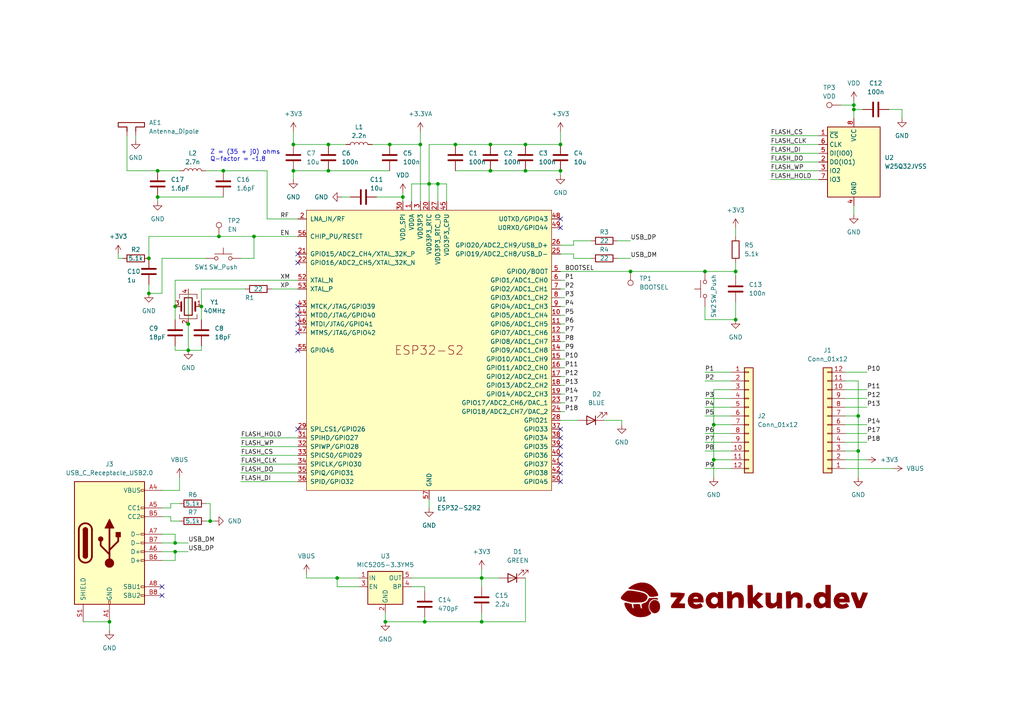
<source format=kicad_sch>
(kicad_sch (version 20231120) (generator "eeschema") (generator_version "8.0")
  (paper "A4")
  (title_block (title "PortaESP32") (date "2024-02-27") (rev "1.5"))
  (lib_symbols
    (symbol "Connector:TestPoint" (pin_numbers hide) (pin_names (offset 0.762) hide)
      (property "Reference" "TP" (at 0 6.858 0))
      (property "Value" "TestPoint" (at 0 5.08 0))
      (symbol "TestPoint_1_1"
        (pin passive line (at 0 0 90) (length 2.54) (name "1") (number "1"))
      )
    )
    (symbol "Connector:USB_C_Receptacle_USB2.0" (pin_names (offset 1.016))
      (property "Reference" "J" (at -10.16 19.05 0))
      (property "Value" "USB_C_Receptacle_USB2.0" (at 19.05 19.05 0))
      (symbol "USB_C_Receptacle_USB2.0_1_1"
        (pin passive line (at 0 -22.86 90) (length 5.08) (name "GND") (number "A1"))
        (pin passive line (at 0 -22.86 90) (length 5.08) hide (name "GND") (number "A12"))
        (pin passive line (at 15.24 15.24 180) (length 5.08) (name "VBUS") (number "A4"))
        (pin bidirectional line (at 15.24 10.16 180) (length 5.08) (name "CC1") (number "A5"))
        (pin bidirectional line (at 15.24 -2.54 180) (length 5.08) (name "D+") (number "A6"))
        (pin bidirectional line (at 15.24 2.54 180) (length 5.08) (name "D-") (number "A7"))
        (pin bidirectional line (at 15.24 -12.7 180) (length 5.08) (name "SBU1") (number "A8"))
        (pin passive line (at 15.24 15.24 180) (length 5.08) hide (name "VBUS") (number "A9"))
        (pin passive line (at 0 -22.86 90) (length 5.08) hide (name "GND") (number "B1"))
        (pin passive line (at 0 -22.86 90) (length 5.08) hide (name "GND") (number "B12"))
        (pin passive line (at 15.24 15.24 180) (length 5.08) hide (name "VBUS") (number "B4"))
        (pin bidirectional line (at 15.24 7.62 180) (length 5.08) (name "CC2") (number "B5"))
        (pin bidirectional line (at 15.24 -5.08 180) (length 5.08) (name "D+") (number "B6"))
        (pin bidirectional line (at 15.24 0 180) (length 5.08) (name "D-") (number "B7"))
        (pin bidirectional line (at 15.24 -15.24 180) (length 5.08) (name "SBU2") (number "B8"))
        (pin passive line (at 15.24 15.24 180) (length 5.08) hide (name "VBUS") (number "B9"))
        (pin passive line (at -7.62 -22.86 90) (length 5.08) (name "SHIELD") (number "S1"))
      )
    )
    (symbol "Connector_Generic:Conn_01x12" (pin_names (offset 1.016) hide)
      (property "Reference" "J" (at 0 15.24 0))
      (property "Value" "Conn_01x12" (at 0 -17.78 0))
      (symbol "Conn_01x12_1_1"
        (pin passive line (at -5.08 12.7 0) (length 3.81) (name "Pin_1") (number "1"))
        (pin passive line (at -5.08 -10.16 0) (length 3.81) (name "Pin_10") (number "10"))
        (pin passive line (at -5.08 -12.7 0) (length 3.81) (name "Pin_11") (number "11"))
        (pin passive line (at -5.08 -15.24 0) (length 3.81) (name "Pin_12") (number "12"))
        (pin passive line (at -5.08 10.16 0) (length 3.81) (name "Pin_2") (number "2"))
        (pin passive line (at -5.08 7.62 0) (length 3.81) (name "Pin_3") (number "3"))
        (pin passive line (at -5.08 5.08 0) (length 3.81) (name "Pin_4") (number "4"))
        (pin passive line (at -5.08 2.54 0) (length 3.81) (name "Pin_5") (number "5"))
        (pin passive line (at -5.08 0 0) (length 3.81) (name "Pin_6") (number "6"))
        (pin passive line (at -5.08 -2.54 0) (length 3.81) (name "Pin_7") (number "7"))
        (pin passive line (at -5.08 -5.08 0) (length 3.81) (name "Pin_8") (number "8"))
        (pin passive line (at -5.08 -7.62 0) (length 3.81) (name "Pin_9") (number "9"))
      )
    )
    (symbol "Device:Antenna_Dipole" (pin_numbers hide) (pin_names (offset 1.016) hide)
      (property "Reference" "AE" (at 1.27 1.27 0))
      (property "Value" "Antenna_Dipole" (at 1.27 0 0))
      (symbol "Antenna_Dipole_1_1"
        (pin input line (at 0 -5.08 90) (length 2.54) (name "~") (number "1"))
        (pin input line (at 2.54 -5.08 90) (length 2.54) (name "~") (number "2"))
      )
    )
    (symbol "Device:C" (pin_numbers hide) (pin_names (offset 0.254))
      (property "Reference" "C" (at 0.635 2.54 0))
      (property "Value" "C" (at 0.635 -2.54 0))
      (symbol "C_1_1"
        (pin passive line (at 0 3.81 270) (length 2.794) (name "~") (number "1"))
        (pin passive line (at 0 -3.81 90) (length 2.794) (name "~") (number "2"))
      )
    )
    (symbol "Device:Crystal_GND24" (pin_names (offset 1.016) hide)
      (property "Reference" "Y" (at 3.175 5.08 0))
      (property "Value" "Crystal_GND24" (at 3.175 3.175 0))
      (symbol "Crystal_GND24_1_1"
        (pin passive line (at -3.81 0 0) (length 1.27) (name "1") (number "1"))
        (pin passive line (at 0 5.08 270) (length 1.27) (name "2") (number "2"))
        (pin passive line (at 3.81 0 180) (length 1.27) (name "3") (number "3"))
        (pin passive line (at 0 -5.08 90) (length 1.27) (name "4") (number "4"))
      )
    )
    (symbol "Device:L" (pin_numbers hide) (pin_names (offset 1.016) hide)
      (property "Reference" "L" (at -1.27 0 90))
      (property "Value" "L" (at 1.905 0 90))
      (symbol "L_1_1"
        (pin passive line (at 0 3.81 270) (length 1.27) (name "1") (number "1"))
        (pin passive line (at 0 -3.81 90) (length 1.27) (name "2") (number "2"))
      )
    )
    (symbol "Device:LED" (pin_numbers hide) (pin_names (offset 1.016) hide)
      (property "Reference" "D" (at 0 2.54 0))
      (property "Value" "LED" (at 0 -2.54 0))
      (symbol "LED_1_1"
        (pin passive line (at -3.81 0 0) (length 2.54) (name "K") (number "1"))
        (pin passive line (at 3.81 0 180) (length 2.54) (name "A") (number "2"))
      )
    )
    (symbol "Device:R" (pin_numbers hide) (pin_names (offset 0))
      (property "Reference" "R" (at 2.032 0 90))
      (property "Value" "R" (at 0 0 90))
      (symbol "R_1_1"
        (pin passive line (at 0 3.81 270) (length 1.27) (name "~") (number "1"))
        (pin passive line (at 0 -3.81 90) (length 1.27) (name "~") (number "2"))
      )
    )
    (symbol "Espressif:ESP32-S2" (pin_names (offset 1.016))
      (property "Reference" "U" (at -35.56 45.72 0))
      (property "Value" "ESP32-S2" (at -35.56 43.18 0))
      (symbol "ESP32-S2_0_0"
        (text "ESP32-S2" (at 0 0 0) (effects (font (size 2.54 2.54))))
      )
      (symbol "ESP32-S2_1_1"
        (pin power_in line (at -5.08 43.18 270) (length 2.54) (name "VDDA") (number "1"))
        (pin bidirectional line (at 38.1 10.16 180) (length 2.54) (name "GPIO5/ADC1_CH4") (number "10"))
        (pin bidirectional line (at 38.1 7.62 180) (length 2.54) (name "GPIO6/ADC1_CH5") (number "11"))
        (pin bidirectional line (at 38.1 5.08 180) (length 2.54) (name "GPIO7/ADC1_CH6") (number "12"))
        (pin bidirectional line (at 38.1 2.54 180) (length 2.54) (name "GPIO8/ADC1_CH7") (number "13"))
        (pin bidirectional line (at 38.1 0 180) (length 2.54) (name "GPIO9/ADC1_CH8") (number "14"))
        (pin bidirectional line (at 38.1 -2.54 180) (length 2.54) (name "GPIO10/ADC1_CH9") (number "15"))
        (pin bidirectional line (at 38.1 -5.08 180) (length 2.54) (name "GPIO11/ADC2_CH0") (number "16"))
        (pin bidirectional line (at 38.1 -7.62 180) (length 2.54) (name "GPIO12/ADC2_CH1") (number "17"))
        (pin bidirectional line (at 38.1 -10.16 180) (length 2.54) (name "GPIO13/ADC2_CH2") (number "18"))
        (pin bidirectional line (at 38.1 -12.7 180) (length 2.54) (name "GPIO14/ADC2_CH3") (number "19"))
        (pin bidirectional line (at -38.1 38.1 0) (length 2.54) (name "LNA_IN/RF") (number "2"))
        (pin power_in line (at 0 43.18 270) (length 2.54) (name "VDD3P3_RTC") (number "20"))
        (pin bidirectional line (at -38.1 27.94 0) (length 2.54) (name "GPIO15/ADC2_CH4/XTAL_32K_P") (number "21"))
        (pin bidirectional line (at -38.1 25.4 0) (length 2.54) (name "GPIO16/ADC2_CH5/XTAL_32K_N") (number "22"))
        (pin bidirectional line (at 38.1 -15.24 180) (length 2.54) (name "GPIO17/ADC2_CH6/DAC_1") (number "23"))
        (pin bidirectional line (at 38.1 -17.78 180) (length 2.54) (name "GPIO18/ADC2_CH7/DAC_2") (number "24"))
        (pin bidirectional line (at 38.1 27.94 180) (length 2.54) (name "GPIO19/ADC2_CH8/USB_D-") (number "25"))
        (pin bidirectional line (at 38.1 30.48 180) (length 2.54) (name "GPIO20/ADC2_CH9/USB_D+") (number "26"))
        (pin power_in line (at 2.54 43.18 270) (length 2.54) (name "VDD3P3_RTC_IO") (number "27"))
        (pin bidirectional line (at 38.1 -20.32 180) (length 2.54) (name "GPIO21") (number "28"))
        (pin bidirectional line (at -38.1 -22.86 0) (length 2.54) (name "SPI_CS1/GPIO26") (number "29"))
        (pin power_in line (at -2.54 43.18 270) (length 2.54) (name "VDD3P3") (number "3"))
        (pin power_out line (at -7.62 43.18 270) (length 2.54) (name "VDD_SPI") (number "30"))
        (pin bidirectional line (at -38.1 -25.4 0) (length 2.54) (name "SPIHD/GPIO27") (number "31"))
        (pin bidirectional line (at -38.1 -27.94 0) (length 2.54) (name "SPIWP/GPIO28") (number "32"))
        (pin bidirectional line (at -38.1 -30.48 0) (length 2.54) (name "SPICS0/GPIO29") (number "33"))
        (pin bidirectional line (at -38.1 -33.02 0) (length 2.54) (name "SPICLK/GPIO30") (number "34"))
        (pin bidirectional line (at -38.1 -35.56 0) (length 2.54) (name "SPIQ/GPIO31") (number "35"))
        (pin bidirectional line (at -38.1 -38.1 0) (length 2.54) (name "SPID/GPIO32") (number "36"))
        (pin bidirectional line (at 38.1 -22.86 180) (length 2.54) (name "GPIO33") (number "37"))
        (pin bidirectional line (at 38.1 -25.4 180) (length 2.54) (name "GPIO34") (number "38"))
        (pin bidirectional line (at 38.1 -27.94 180) (length 2.54) (name "GPIO35") (number "39"))
        (pin passive line (at -2.54 43.18 270) (length 2.54) hide (name "VDD3P3") (number "4"))
        (pin bidirectional line (at 38.1 -30.48 180) (length 2.54) (name "GPIO36") (number "40"))
        (pin bidirectional line (at 38.1 -33.02 180) (length 2.54) (name "GPIO37") (number "41"))
        (pin bidirectional line (at 38.1 -35.56 180) (length 2.54) (name "GPIO38") (number "42"))
        (pin input line (at -38.1 12.7 0) (length 2.54) (name "MTCK/JTAG/GPIO39") (number "43"))
        (pin output line (at -38.1 10.16 0) (length 2.54) (name "MTDO/JTAG/GPIO40") (number "44"))
        (pin power_in line (at 5.08 43.18 270) (length 2.54) (name "VDD3P3_CPU") (number "45"))
        (pin input line (at -38.1 7.62 0) (length 2.54) (name "MTDI/JTAG/GPIO41") (number "46"))
        (pin output line (at -38.1 5.08 0) (length 2.54) (name "MTMS/JTAG/GPIO42") (number "47"))
        (pin bidirectional line (at 38.1 38.1 180) (length 2.54) (name "U0TXD/GPIO43") (number "48"))
        (pin bidirectional line (at 38.1 35.56 180) (length 2.54) (name "U0RXD/GPIO44") (number "49"))
        (pin bidirectional line (at 38.1 22.86 180) (length 2.54) (name "GPIO0/BOOT") (number "5"))
        (pin bidirectional line (at 38.1 -38.1 180) (length 2.54) (name "GPIO45") (number "50"))
        (pin passive line (at -5.08 43.18 270) (length 2.54) hide (name "VDDA") (number "51"))
        (pin output line (at -38.1 20.32 0) (length 2.54) (name "XTAL_N") (number "52"))
        (pin input line (at -38.1 17.78 0) (length 2.54) (name "XTAL_P") (number "53"))
        (pin passive line (at -5.08 43.18 270) (length 2.54) hide (name "VDDA") (number "54"))
        (pin input line (at -38.1 0 0) (length 2.54) (name "GPIO46") (number "55"))
        (pin bidirectional line (at -38.1 33.02 0) (length 2.54) (name "CHIP_PU/RESET") (number "56"))
        (pin power_in line (at 0 -43.18 90) (length 2.54) (name "GND") (number "57"))
        (pin bidirectional line (at 38.1 20.32 180) (length 2.54) (name "GPIO1/ADC1_CH0") (number "6"))
        (pin bidirectional line (at 38.1 17.78 180) (length 2.54) (name "GPIO2/ADC1_CH1") (number "7"))
        (pin bidirectional line (at 38.1 15.24 180) (length 2.54) (name "GPIO3/ADC1_CH2") (number "8"))
        (pin bidirectional line (at 38.1 12.7 180) (length 2.54) (name "GPIO4/ADC1_CH3") (number "9"))
      )
    )
    (symbol "Memory_Flash:W25Q32JVSS"
      (property "Reference" "U" (at -6.35 11.43 0))
      (property "Value" "W25Q32JVSS" (at 7.62 11.43 0))
      (symbol "W25Q32JVSS_1_1"
        (pin input line (at -10.16 7.62 0) (length 2.54) (name "~{CS}") (number "1"))
        (pin bidirectional line (at -10.16 0 0) (length 2.54) (name "DO(IO1)") (number "2"))
        (pin bidirectional line (at -10.16 -2.54 0) (length 2.54) (name "IO2") (number "3"))
        (pin power_in line (at 0 -12.7 90) (length 2.54) (name "GND") (number "4"))
        (pin bidirectional line (at -10.16 2.54 0) (length 2.54) (name "DI(IO0)") (number "5"))
        (pin input line (at -10.16 5.08 0) (length 2.54) (name "CLK") (number "6"))
        (pin bidirectional line (at -10.16 -5.08 0) (length 2.54) (name "IO3") (number "7"))
        (pin power_in line (at 0 12.7 270) (length 2.54) (name "VCC") (number "8"))
      )
    )
    (symbol "Regulator_Linear:MIC5205-3.3YM5" (pin_names (offset 0.254))
      (property "Reference" "U" (at -3.81 5.715 0))
      (property "Value" "MIC5205-3.3YM5" (at 0 5.715 0))
      (symbol "MIC5205-3.3YM5_1_1"
        (pin power_in line (at -7.62 2.54 0) (length 2.54) (name "IN") (number "1"))
        (pin power_in line (at 0 -7.62 90) (length 2.54) (name "GND") (number "2"))
        (pin input line (at -7.62 0 0) (length 2.54) (name "EN") (number "3"))
        (pin input line (at 7.62 0 180) (length 2.54) (name "BP") (number "4"))
        (pin power_out line (at 7.62 2.54 180) (length 2.54) (name "OUT") (number "5"))
      )
    )
    (symbol "Switch:SW_Push" (pin_numbers hide) (pin_names (offset 1.016) hide)
      (property "Reference" "SW" (at 1.27 2.54 0))
      (property "Value" "SW_Push" (at 0 -1.524 0))
      (symbol "SW_Push_0_1"
        (pin passive line (at -5.08 0 0) (length 2.54) (name "1") (number "1"))
        (pin passive line (at 5.08 0 180) (length 2.54) (name "2") (number "2"))
      )
    )
    (symbol "power:+3.3VA" (power) (pin_names (offset 0))
      (property "Value" "+3.3VA" (at 0 3.556 0))
      (symbol "+3.3VA_1_1"
        (pin power_in line (at 0 0 90) (length 0) hide (name "+3.3VA") (number "1"))
      )
    )
    (symbol "power:+3V3" (power) (pin_names (offset 0))
      (property "Value" "+3V3" (at 0 3.556 0))
      (symbol "+3V3_1_1"
        (pin power_in line (at 0 0 90) (length 0) hide (name "+3V3") (number "1"))
      )
    )
    (symbol "power:GND" (power) (pin_names (offset 0))
      (property "Value" "GND" (at 0 -3.81 0))
      (symbol "GND_1_1"
        (pin power_in line (at 0 0 270) (length 0) hide (name "GND") (number "1"))
      )
    )
    (symbol "power:VBUS" (power) (pin_names (offset 0))
      (property "Value" "VBUS" (at 0 3.81 0))
      (symbol "VBUS_1_1"
        (pin power_in line (at 0 0 90) (length 0) hide (name "VBUS") (number "1"))
      )
    )
    (symbol "power:VDD" (power) (pin_names (offset 0))
      (property "Value" "VDD" (at 0 3.81 0))
      (symbol "VDD_1_1"
        (pin power_in line (at 0 0 90) (length 0) hide (name "VDD") (number "1"))
      )
    )
    (symbol "zeankundev-logo:LOGO" (pin_names (offset 1.016)))
  )
  (junction (at 97.79 167.64))
  (junction (at 50.8 88.9))
  (junction (at 85.09 41.91))
  (junction (at 45.72 57.15))
  (junction (at 139.7 180.34))
  (junction (at 142.24 41.91))
  (junction (at 50.8 157.48))
  (junction (at 213.36 78.74))
  (junction (at 45.72 49.53))
  (junction (at 124.46 53.34))
  (junction (at 162.56 49.53))
  (junction (at 64.77 49.53))
  (junction (at 113.03 41.91))
  (junction (at 43.18 85.09))
  (junction (at 43.18 74.93))
  (junction (at 58.42 88.9))
  (junction (at 54.61 101.6))
  (junction (at 111.76 180.34))
  (junction (at 152.4 41.91))
  (junction (at 121.92 41.91))
  (junction (at 213.36 92.71))
  (junction (at 247.65 31.75))
  (junction (at 95.25 41.91))
  (junction (at 248.92 120.65))
  (junction (at 207.01 123.19))
  (junction (at 247.65 30.48))
  (junction (at 73.66 68.58))
  (junction (at 31.75 180.34))
  (junction (at 248.92 130.81))
  (junction (at 207.01 133.35))
  (junction (at 63.5 68.58))
  (junction (at 116.84 57.15))
  (junction (at 162.56 41.91))
  (junction (at 139.7 167.64))
  (junction (at 50.8 160.02))
  (junction (at 54.61 93.98))
  (junction (at 182.88 78.74))
  (junction (at 152.4 49.53))
  (junction (at 95.25 49.53))
  (junction (at 123.19 180.34))
  (junction (at 85.09 49.53))
  (junction (at 204.47 78.74))
  (junction (at 60.96 151.13))
  (junction (at 142.24 49.53))
  (junction (at 127 53.34))
  (junction (at 132.08 41.91))
  (no_connect (at 86.36 124.46))
  (no_connect (at 162.56 63.5))
  (no_connect (at 162.56 134.62))
  (no_connect (at 162.56 132.08))
  (no_connect (at 86.36 73.66))
  (no_connect (at 46.99 170.18))
  (no_connect (at 162.56 139.7))
  (no_connect (at 86.36 101.6))
  (no_connect (at 46.99 172.72))
  (no_connect (at 86.36 91.44))
  (no_connect (at 162.56 124.46))
  (no_connect (at 162.56 137.16))
  (no_connect (at 86.36 88.9))
  (no_connect (at 162.56 129.54))
  (no_connect (at 86.36 96.52))
  (no_connect (at 162.56 66.04))
  (no_connect (at 86.36 76.2))
  (no_connect (at 162.56 127))
  (no_connect (at 86.36 93.98))
  (wire (pts (xy 69.85 129.54) (xy 86.36 129.54)))
  (wire (pts (xy 123.19 170.18) (xy 119.38 170.18)))
  (wire (pts (xy 46.99 157.48) (xy 50.8 157.48)))
  (wire (pts (xy 245.11 135.89) (xy 259.08 135.89)))
  (wire (pts (xy 59.69 74.93) (xy 46.99 74.93)))
  (wire (pts (xy 116.84 57.15) (xy 116.84 58.42)))
  (wire (pts (xy 204.47 120.65) (xy 212.09 120.65)))
  (wire (pts (xy 86.36 68.58) (xy 73.66 68.58)))
  (wire (pts (xy 245.11 123.19) (xy 251.46 123.19)))
  (wire (pts (xy 212.09 113.03) (xy 207.01 113.03)))
  (wire (pts (xy 77.47 63.5) (xy 77.47 49.53)))
  (wire (pts (xy 78.74 83.82) (xy 86.36 83.82)))
  (wire (pts (xy 223.52 44.45) (xy 237.49 44.45)))
  (wire (pts (xy 162.56 38.1) (xy 162.56 41.91)))
  (wire (pts (xy 50.8 157.48) (xy 50.8 154.94)))
  (wire (pts (xy 223.52 49.53) (xy 237.49 49.53)))
  (wire (pts (xy 179.07 69.85) (xy 182.88 69.85)))
  (wire (pts (xy 152.4 49.53) (xy 162.56 49.53)))
  (wire (pts (xy 245.11 118.11) (xy 251.46 118.11)))
  (wire (pts (xy 97.79 170.18) (xy 97.79 167.64)))
  (wire (pts (xy 36.83 39.37) (xy 36.83 49.53)))
  (wire (pts (xy 31.75 180.34) (xy 31.75 182.88)))
  (wire (pts (xy 69.85 139.7) (xy 86.36 139.7)))
  (wire (pts (xy 166.37 74.93) (xy 166.37 73.66)))
  (wire (pts (xy 207.01 113.03) (xy 207.01 123.19)))
  (wire (pts (xy 213.36 87.63) (xy 213.36 92.71)))
  (wire (pts (xy 85.09 49.53) (xy 95.25 49.53)))
  (wire (pts (xy 132.08 49.53) (xy 142.24 49.53)))
  (wire (pts (xy 50.8 154.94) (xy 46.99 154.94)))
  (wire (pts (xy 162.56 106.68) (xy 163.83 106.68)))
  (wire (pts (xy 45.72 49.53) (xy 52.07 49.53)))
  (wire (pts (xy 60.96 151.13) (xy 62.23 151.13)))
  (wire (pts (xy 69.85 134.62) (xy 86.36 134.62)))
  (wire (pts (xy 245.11 115.57) (xy 251.46 115.57)))
  (wire (pts (xy 123.19 179.07) (xy 123.19 180.34)))
  (wire (pts (xy 261.62 31.75) (xy 257.81 31.75)))
  (wire (pts (xy 162.56 116.84) (xy 163.83 116.84)))
  (wire (pts (xy 86.36 63.5) (xy 77.47 63.5)))
  (wire (pts (xy 99.06 57.15) (xy 101.6 57.15)))
  (wire (pts (xy 111.76 177.8) (xy 111.76 180.34)))
  (wire (pts (xy 139.7 167.64) (xy 144.78 167.64)))
  (wire (pts (xy 58.42 83.82) (xy 71.12 83.82)))
  (wire (pts (xy 54.61 101.6) (xy 50.8 101.6)))
  (wire (pts (xy 162.56 96.52) (xy 163.83 96.52)))
  (wire (pts (xy 54.61 83.82) (xy 54.61 93.98)))
  (wire (pts (xy 127 53.34) (xy 124.46 53.34)))
  (wire (pts (xy 95.25 49.53) (xy 113.03 49.53)))
  (wire (pts (xy 245.11 130.81) (xy 248.92 130.81)))
  (wire (pts (xy 52.07 142.24) (xy 46.99 142.24)))
  (wire (pts (xy 162.56 121.92) (xy 167.64 121.92)))
  (wire (pts (xy 261.62 34.29) (xy 261.62 31.75)))
  (wire (pts (xy 139.7 165.1) (xy 139.7 167.64)))
  (wire (pts (xy 49.53 146.05) (xy 49.53 147.32)))
  (wire (pts (xy 204.47 118.11) (xy 212.09 118.11)))
  (wire (pts (xy 182.88 78.74) (xy 204.47 78.74)))
  (wire (pts (xy 107.95 41.91) (xy 113.03 41.91)))
  (wire (pts (xy 50.8 160.02) (xy 54.61 160.02)))
  (wire (pts (xy 39.37 39.37) (xy 39.37 40.64)))
  (wire (pts (xy 213.36 76.2) (xy 213.36 78.74)))
  (wire (pts (xy 162.56 91.44) (xy 163.83 91.44)))
  (wire (pts (xy 49.53 147.32) (xy 46.99 147.32)))
  (wire (pts (xy 204.47 110.49) (xy 212.09 110.49)))
  (wire (pts (xy 171.45 69.85) (xy 166.37 69.85)))
  (wire (pts (xy 52.07 138.43) (xy 52.07 142.24)))
  (wire (pts (xy 119.38 167.64) (xy 139.7 167.64)))
  (wire (pts (xy 124.46 144.78) (xy 124.46 147.32)))
  (wire (pts (xy 73.66 68.58) (xy 73.66 74.93)))
  (wire (pts (xy 58.42 88.9) (xy 58.42 92.71)))
  (wire (pts (xy 50.8 101.6) (xy 50.8 100.33)))
  (wire (pts (xy 109.22 57.15) (xy 116.84 57.15)))
  (wire (pts (xy 207.01 123.19) (xy 207.01 133.35)))
  (wire (pts (xy 49.53 151.13) (xy 49.53 149.86)))
  (wire (pts (xy 204.47 130.81) (xy 212.09 130.81)))
  (wire (pts (xy 243.84 30.48) (xy 247.65 30.48)))
  (wire (pts (xy 180.34 121.92) (xy 175.26 121.92)))
  (wire (pts (xy 45.72 49.53) (xy 36.83 49.53)))
  (wire (pts (xy 59.69 151.13) (xy 60.96 151.13)))
  (wire (pts (xy 43.18 82.55) (xy 43.18 85.09)))
  (wire (pts (xy 213.36 78.74) (xy 213.36 80.01)))
  (wire (pts (xy 166.37 73.66) (xy 162.56 73.66)))
  (wire (pts (xy 179.07 74.93) (xy 182.88 74.93)))
  (wire (pts (xy 213.36 66.04) (xy 213.36 68.58)))
  (wire (pts (xy 204.47 92.71) (xy 204.47 88.9)))
  (wire (pts (xy 50.8 157.48) (xy 54.61 157.48)))
  (wire (pts (xy 162.56 99.06) (xy 163.83 99.06)))
  (wire (pts (xy 247.65 29.21) (xy 247.65 30.48)))
  (wire (pts (xy 180.34 123.19) (xy 180.34 121.92)))
  (wire (pts (xy 207.01 133.35) (xy 212.09 133.35)))
  (wire (pts (xy 69.85 132.08) (xy 86.36 132.08)))
  (wire (pts (xy 204.47 135.89) (xy 212.09 135.89)))
  (wire (pts (xy 46.99 162.56) (xy 50.8 162.56)))
  (wire (pts (xy 24.13 180.34) (xy 31.75 180.34)))
  (wire (pts (xy 50.8 81.28) (xy 50.8 88.9)))
  (wire (pts (xy 142.24 41.91) (xy 152.4 41.91)))
  (wire (pts (xy 162.56 119.38) (xy 163.83 119.38)))
  (wire (pts (xy 162.56 49.53) (xy 162.56 50.8)))
  (wire (pts (xy 45.72 57.15) (xy 64.77 57.15)))
  (wire (pts (xy 162.56 114.3) (xy 163.83 114.3)))
  (wire (pts (xy 127 53.34) (xy 127 58.42)))
  (wire (pts (xy 50.8 88.9) (xy 50.8 92.71)))
  (wire (pts (xy 248.92 130.81) (xy 248.92 138.43)))
  (wire (pts (xy 162.56 81.28) (xy 163.83 81.28)))
  (wire (pts (xy 152.4 167.64) (xy 152.4 180.34)))
  (wire (pts (xy 69.85 127) (xy 86.36 127)))
  (wire (pts (xy 223.52 39.37) (xy 237.49 39.37)))
  (wire (pts (xy 204.47 115.57) (xy 212.09 115.57)))
  (wire (pts (xy 162.56 104.14) (xy 163.83 104.14)))
  (wire (pts (xy 247.65 31.75) (xy 250.19 31.75)))
  (wire (pts (xy 124.46 41.91) (xy 124.46 53.34)))
  (wire (pts (xy 123.19 171.45) (xy 123.19 170.18)))
  (wire (pts (xy 132.08 41.91) (xy 142.24 41.91)))
  (wire (pts (xy 46.99 160.02) (xy 50.8 160.02)))
  (wire (pts (xy 129.54 53.34) (xy 127 53.34)))
  (wire (pts (xy 204.47 128.27) (xy 212.09 128.27)))
  (wire (pts (xy 60.96 146.05) (xy 60.96 151.13)))
  (wire (pts (xy 245.11 133.35) (xy 251.46 133.35)))
  (wire (pts (xy 54.61 93.98) (xy 54.61 101.6)))
  (wire (pts (xy 213.36 78.74) (xy 204.47 78.74)))
  (wire (pts (xy 73.66 74.93) (xy 69.85 74.93)))
  (wire (pts (xy 124.46 53.34) (xy 124.46 58.42)))
  (wire (pts (xy 248.92 110.49) (xy 248.92 120.65)))
  (wire (pts (xy 129.54 58.42) (xy 129.54 53.34)))
  (wire (pts (xy 247.65 59.69) (xy 247.65 62.23)))
  (wire (pts (xy 111.76 180.34) (xy 123.19 180.34)))
  (wire (pts (xy 152.4 41.91) (xy 162.56 41.91)))
  (wire (pts (xy 45.72 57.15) (xy 45.72 58.42)))
  (wire (pts (xy 162.56 78.74) (xy 182.88 78.74)))
  (wire (pts (xy 204.47 125.73) (xy 212.09 125.73)))
  (wire (pts (xy 59.69 49.53) (xy 64.77 49.53)))
  (wire (pts (xy 204.47 107.95) (xy 212.09 107.95)))
  (wire (pts (xy 245.11 125.73) (xy 251.46 125.73)))
  (wire (pts (xy 34.29 73.66) (xy 34.29 74.93)))
  (wire (pts (xy 139.7 180.34) (xy 123.19 180.34)))
  (wire (pts (xy 162.56 88.9) (xy 163.83 88.9)))
  (wire (pts (xy 223.52 52.07) (xy 237.49 52.07)))
  (wire (pts (xy 52.07 146.05) (xy 49.53 146.05)))
  (wire (pts (xy 207.01 133.35) (xy 207.01 138.43)))
  (wire (pts (xy 223.52 41.91) (xy 237.49 41.91)))
  (wire (pts (xy 121.92 38.1) (xy 121.92 41.91)))
  (wire (pts (xy 162.56 83.82) (xy 163.83 83.82)))
  (wire (pts (xy 43.18 68.58) (xy 43.18 74.93)))
  (wire (pts (xy 245.11 120.65) (xy 248.92 120.65)))
  (wire (pts (xy 50.8 162.56) (xy 50.8 160.02)))
  (wire (pts (xy 88.9 166.37) (xy 88.9 167.64)))
  (wire (pts (xy 207.01 123.19) (xy 212.09 123.19)))
  (wire (pts (xy 245.11 107.95) (xy 251.46 107.95)))
  (wire (pts (xy 119.38 58.42) (xy 119.38 53.34)))
  (wire (pts (xy 113.03 41.91) (xy 121.92 41.91)))
  (wire (pts (xy 162.56 109.22) (xy 163.83 109.22)))
  (wire (pts (xy 52.07 151.13) (xy 49.53 151.13)))
  (wire (pts (xy 162.56 93.98) (xy 163.83 93.98)))
  (wire (pts (xy 58.42 88.9) (xy 58.42 83.82)))
  (wire (pts (xy 121.92 41.91) (xy 121.92 58.42)))
  (wire (pts (xy 162.56 111.76) (xy 163.83 111.76)))
  (wire (pts (xy 59.69 146.05) (xy 60.96 146.05)))
  (wire (pts (xy 97.79 167.64) (xy 104.14 167.64)))
  (wire (pts (xy 85.09 41.91) (xy 95.25 41.91)))
  (wire (pts (xy 63.5 68.58) (xy 43.18 68.58)))
  (wire (pts (xy 247.65 31.75) (xy 247.65 34.29)))
  (wire (pts (xy 152.4 180.34) (xy 139.7 180.34)))
  (wire (pts (xy 166.37 69.85) (xy 166.37 71.12)))
  (wire (pts (xy 54.61 101.6) (xy 58.42 101.6)))
  (wire (pts (xy 142.24 49.53) (xy 152.4 49.53)))
  (wire (pts (xy 139.7 167.64) (xy 139.7 170.18)))
  (wire (pts (xy 46.99 74.93) (xy 46.99 85.09)))
  (wire (pts (xy 248.92 120.65) (xy 248.92 130.81)))
  (wire (pts (xy 116.84 55.88) (xy 116.84 57.15)))
  (wire (pts (xy 248.92 110.49) (xy 245.11 110.49)))
  (wire (pts (xy 223.52 46.99) (xy 237.49 46.99)))
  (wire (pts (xy 171.45 74.93) (xy 166.37 74.93)))
  (wire (pts (xy 166.37 71.12) (xy 162.56 71.12)))
  (wire (pts (xy 104.14 170.18) (xy 97.79 170.18)))
  (wire (pts (xy 162.56 86.36) (xy 163.83 86.36)))
  (wire (pts (xy 88.9 167.64) (xy 97.79 167.64)))
  (wire (pts (xy 213.36 92.71) (xy 204.47 92.71)))
  (wire (pts (xy 119.38 53.34) (xy 124.46 53.34)))
  (wire (pts (xy 245.11 113.03) (xy 251.46 113.03)))
  (wire (pts (xy 86.36 81.28) (xy 50.8 81.28)))
  (wire (pts (xy 139.7 177.8) (xy 139.7 180.34)))
  (wire (pts (xy 124.46 41.91) (xy 132.08 41.91)))
  (wire (pts (xy 85.09 49.53) (xy 85.09 52.07)))
  (wire (pts (xy 64.77 49.53) (xy 77.47 49.53)))
  (wire (pts (xy 247.65 30.48) (xy 247.65 31.75)))
  (wire (pts (xy 49.53 149.86) (xy 46.99 149.86)))
  (wire (pts (xy 46.99 85.09) (xy 43.18 85.09)))
  (wire (pts (xy 69.85 137.16) (xy 86.36 137.16)))
  (wire (pts (xy 245.11 128.27) (xy 251.46 128.27)))
  (wire (pts (xy 58.42 100.33) (xy 58.42 101.6)))
  (wire (pts (xy 73.66 68.58) (xy 63.5 68.58)))
  (wire (pts (xy 85.09 38.1) (xy 85.09 41.91)))
  (wire (pts (xy 162.56 101.6) (xy 163.83 101.6)))
  (wire (pts (xy 95.25 41.91) (xy 100.33 41.91)))
  (wire (pts (xy 34.29 74.93) (xy 35.56 74.93)))
  (text "Z = (35 + j0) ohms\nQ-factor = ~1.8" (at 60.96 46.99 0) (effects (font (size 1.27 1.27)) (justify left bottom)))
  (label "FLASH_HOLD" (at 223.52 52.07 0))
  (label "P2" (at 204.47 110.49 0))
  (label "P4" (at 163.83 88.9 0))
  (label "P14" (at 251.46 123.19 0))
  (label "USB_DM" (at 182.88 74.93 0))
  (label "P18" (at 163.83 119.38 0))
  (label "FLASH_WP" (at 223.52 49.53 0))
  (label "P13" (at 163.83 111.76 0))
  (label "P7" (at 163.83 96.52 0))
  (label "USB_DP" (at 182.88 69.85 0))
  (label "P3" (at 204.47 115.57 0))
  (label "P4" (at 204.47 118.11 0))
  (label "P11" (at 251.46 113.03 0))
  (label "P9" (at 204.47 135.89 0))
  (label "P17" (at 163.83 116.84 0))
  (label "P10" (at 251.46 107.95 0))
  (label "FLASH_DI" (at 69.85 139.7 0))
  (label "P1" (at 204.47 107.95 0))
  (label "USB_DP" (at 54.61 160.02 0))
  (label "FLASH_CS" (at 69.85 132.08 0))
  (label "P1" (at 163.83 81.28 0))
  (label "FLASH_WP" (at 69.85 129.54 0))
  (label "RF" (at 81.28 63.5 0))
  (label "FLASH_CS" (at 223.52 39.37 0))
  (label "FLASH_HOLD" (at 69.85 127 0))
  (label "FLASH_DO" (at 69.85 137.16 0))
  (label "P14" (at 163.83 114.3 0))
  (label "P13" (at 251.46 118.11 0))
  (label "P9" (at 163.83 101.6 0))
  (label "P2" (at 163.83 83.82 0))
  (label "P6" (at 163.83 93.98 0))
  (label "P18" (at 251.46 128.27 0))
  (label "USB_DM" (at 54.61 157.48 0))
  (label "FLASH_DO" (at 223.52 46.99 0))
  (label "P12" (at 251.46 115.57 0))
  (label "EN" (at 81.28 68.58 0))
  (label "P8" (at 204.47 130.81 0))
  (label "P10" (at 163.83 104.14 0))
  (label "P11" (at 163.83 106.68 0))
  (label "P3" (at 163.83 86.36 0))
  (label "BOOTSEL" (at 163.83 78.74 0))
  (label "XP" (at 81.28 83.82 0))
  (label "FLASH_CLK" (at 69.85 134.62 0))
  (label "P5" (at 163.83 91.44 0))
  (label "P6" (at 204.47 125.73 0))
  (label "P8" (at 163.83 99.06 0))
  (label "FLASH_CLK" (at 223.52 41.91 0))
  (label "FLASH_DI" (at 223.52 44.45 0))
  (label "P7" (at 204.47 128.27 0))
  (label "P12" (at 163.83 109.22 0))
  (label "P17" (at 251.46 125.73 0))
  (label "P5" (at 204.47 120.65 0))
  (label "XM" (at 81.28 81.28 0))
  (symbol (lib_id "Device:R") (at 55.88 151.13 90) (unit 1)
    (property "Reference" "R7" (at 55.88 148.59 90))
    (property "Value" "5.1k" (at 55.88 151.13 90))
    (property "Footprint" "Resistor_SMD:R_0402_1005Metric" (effects (hide yes)))
  )
  (symbol (lib_id "Device:C") (at 50.8 96.52 0) (unit 1)
    (property "Reference" "C9" (at 43.18 95.25 0) (effects (justify left)))
    (property "Value" "18pF" (at 43.18 97.79 0) (effects (justify left)))
    (property "Footprint" "Capacitor_SMD:C_0402_1005Metric" (effects (hide yes)))
  )
  (symbol (lib_id "Device:R") (at 39.37 74.93 90) (unit 1)
    (property "Reference" "R2" (at 39.37 72.39 90))
    (property "Value" "5.1k" (at 39.37 74.93 90))
    (property "Footprint" "Resistor_SMD:R_0402_1005Metric" (effects (hide yes)))
  )
  (symbol (lib_id "Device:R") (at 175.26 74.93 90) (unit 1)
    (property "Reference" "R4" (at 175.26 72.39 90))
    (property "Value" "22" (at 175.26 74.93 90))
    (property "Footprint" "Resistor_SMD:R_0402_1005Metric" (effects (hide yes)))
  )
  (symbol (lib_id "Device:C") (at 45.72 53.34 0) (unit 1)
    (property "Reference" "C17" (at 49.53 52.07 0) (effects (justify left)))
    (property "Value" "1.6pF" (at 49.53 54.61 0) (effects (justify left)))
    (property "Footprint" "Capacitor_SMD:C_0402_1005Metric" (effects (hide yes)))
  )
  (symbol (lib_id "power:GND") (at 39.37 40.64 0) (unit 1)
    (property "Reference" "#PWR029" (effects (hide yes)))
    (property "Value" "GND" (at 39.37 45.72 0))
  )
  (symbol (lib_id "power:+3V3") (at 251.46 133.35 270) (unit 1)
    (property "Reference" "#PWR019" (effects (hide yes)))
    (property "Value" "+3V3" (at 255.27 133.35 90) (effects (justify left)))
  )
  (symbol (lib_id "power:GND") (at 54.61 101.6 0) (unit 1)
    (property "Reference" "#PWR06" (effects (hide yes)))
    (property "Value" "GND" (at 54.61 106.68 0))
  )
  (symbol (lib_id "power:GND") (at 31.75 182.88 0) (unit 1)
    (property "Reference" "#PWR023" (effects (hide yes)))
    (property "Value" "GND" (at 31.75 187.96 0))
  )
  (symbol (lib_id "power:GND") (at 99.06 57.15 270) (unit 1)
    (property "Reference" "#PWR010" (effects (hide yes)))
    (property "Value" "GND" (at 95.25 57.15 90) (effects (justify right)))
  )
  (symbol (lib_id "Device:LED") (at 148.59 167.64 180) (unit 1)
    (property "Reference" "D1" (at 150.1775 160.02 0))
    (property "Value" "GREEN" (at 150.1775 162.56 0))
    (property "Footprint" "LED_SMD:LED_0402_1005Metric" (effects (hide yes)))
  )
  (symbol (lib_id "Device:C") (at 162.56 45.72 0) (unit 1)
    (property "Reference" "C4" (at 166.37 44.45 0) (effects (justify left)))
    (property "Value" "10u" (at 166.37 46.99 0) (effects (justify left)))
    (property "Footprint" "Capacitor_SMD:C_0402_1005Metric" (effects (hide yes)))
  )
  (symbol (lib_id "power:GND") (at 261.62 34.29 0) (unit 1)
    (property "Reference" "#PWR015" (effects (hide yes)))
    (property "Value" "GND" (at 261.62 39.37 0))
  )
  (symbol (lib_id "zeankundev-logo:LOGO") (at 215.9 173.99 0) (unit 1)
    (property "Reference" "#G1" (effects (hide yes)))
    (property "Value" "LOGO" (effects (hide yes)))
  )
  (symbol (lib_id "power:VBUS") (at 259.08 135.89 270) (unit 1)
    (property "Reference" "#PWR020" (effects (hide yes)))
    (property "Value" "VBUS" (at 262.89 135.89 90) (effects (justify left)))
  )
  (symbol (lib_id "power:GND") (at 247.65 62.23 0) (unit 1)
    (property "Reference" "#PWR016" (effects (hide yes)))
    (property "Value" "GND" (at 247.65 67.31 0))
  )
  (symbol (lib_id "Device:L") (at 55.88 49.53 90) (unit 1)
    (property "Reference" "L2" (at 55.88 44.45 90))
    (property "Value" "2.7n" (at 55.88 46.99 90))
    (property "Footprint" "Inductor_SMD:L_0402_1005Metric" (effects (hide yes)))
  )
  (symbol (lib_id "Espressif:ESP32-S2") (at 124.46 101.6 0) (unit 1)
    (property "Reference" "U1" (at 126.7834 144.78 0) (effects (justify left)))
    (property "Value" "ESP32-S2R2" (at 126.7834 147.32 0) (effects (justify left)))
    (property "Footprint" "Package_DFN_QFN:QFN-56-1EP_7x7mm_P0.4mm_EP4x4mm" (effects (hide yes)))
    (property "Datasheet" "https://www.espressif.com/sites/default/files/documentation/esp32-s2_datasheet_en.pdf" (effects (hide yes)))
  )
  (symbol (lib_id "Device:R") (at 175.26 69.85 90) (unit 1)
    (property "Reference" "R3" (at 175.26 67.31 90))
    (property "Value" "22" (at 175.26 69.85 90))
    (property "Footprint" "Resistor_SMD:R_0402_1005Metric" (effects (hide yes)))
  )
  (symbol (lib_id "Connector_Generic:Conn_01x12") (at 217.17 120.65 0) (unit 1)
    (property "Reference" "J2" (at 219.71 120.65 0) (effects (justify left)))
    (property "Value" "Conn_01x12" (at 219.71 123.19 0) (effects (justify left)))
    (property "Footprint" "SMD-TH-Connector:Conn_01x12_2.54mm" (effects (hide yes)))
  )
  (symbol (lib_id "power:VDD") (at 247.65 29.21 0) (unit 1)
    (property "Reference" "#PWR014" (effects (hide yes)))
    (property "Value" "VDD" (at 247.65 24.13 0))
  )
  (symbol (lib_id "Device:L") (at 104.14 41.91 90) (unit 1)
    (property "Reference" "L1" (at 104.14 36.83 90))
    (property "Value" "2.2n" (at 104.14 39.37 90))
    (property "Footprint" "Inductor_SMD:L_0402_1005Metric" (effects (hide yes)))
  )
  (symbol (lib_id "power:+3V3") (at 85.09 38.1 0) (unit 1)
    (property "Reference" "#PWR05" (effects (hide yes)))
    (property "Value" "+3V3" (at 85.09 33.02 0))
  )
  (symbol (lib_id "Device:C") (at 142.24 45.72 0) (unit 1)
    (property "Reference" "C2" (at 146.05 44.45 0) (effects (justify left)))
    (property "Value" "100n" (at 146.05 46.99 0) (effects (justify left)))
    (property "Footprint" "Capacitor_SMD:C_0402_1005Metric" (effects (hide yes)))
  )
  (symbol (lib_id "Device:C") (at 85.09 45.72 0) (unit 1)
    (property "Reference" "C7" (at 88.9 44.45 0) (effects (justify left)))
    (property "Value" "10u" (at 88.9 46.99 0) (effects (justify left)))
    (property "Footprint" "Capacitor_SMD:C_0402_1005Metric" (effects (hide yes)))
  )
  (symbol (lib_id "Switch:SW_Push") (at 64.77 74.93 0) (unit 1)
    (property "Reference" "SW1" (at 58.42 77.47 0))
    (property "Value" "SW_Push" (at 64.77 77.47 0))
    (property "Footprint" "Button_Switch_SMD:SW_Push_1P1T_NO_Vertical_Wuerth_434133025816" (effects (hide yes)))
  )
  (symbol (lib_id "Device:R") (at 74.93 83.82 90) (unit 1)
    (property "Reference" "R1" (at 72.39 86.36 90))
    (property "Value" "22" (at 74.93 83.82 90))
    (property "Footprint" "Resistor_SMD:R_0402_1005Metric" (effects (hide yes)))
  )
  (symbol (lib_id "power:+3.3VA") (at 121.92 38.1 0) (unit 1)
    (property "Reference" "#PWR03" (effects (hide yes)))
    (property "Value" "+3.3VA" (at 121.92 33.02 0))
  )
  (symbol (lib_id "power:GND") (at 162.56 50.8 0) (unit 1)
    (property "Reference" "#PWR01" (effects (hide yes)))
    (property "Value" "GND" (at 162.56 55.88 0))
  )
  (symbol (lib_id "power:GND") (at 180.34 123.19 0) (unit 1)
    (property "Reference" "#PWR030" (effects (hide yes)))
    (property "Value" "GND" (at 180.34 128.27 0))
  )
  (symbol (lib_id "Device:C") (at 64.77 53.34 0) (unit 1)
    (property "Reference" "C16" (at 68.58 52.07 0) (effects (justify left)))
    (property "Value" "1.6pF" (at 68.58 54.61 0) (effects (justify left)))
    (property "Footprint" "Capacitor_SMD:C_0402_1005Metric" (effects (hide yes)))
  )
  (symbol (lib_id "Connector:TestPoint") (at 63.5 68.58 0) (unit 1)
    (property "Reference" "TP2" (at 66.04 64.008 0) (effects (justify left)))
    (property "Value" "EN" (at 66.04 66.548 0) (effects (justify left)))
    (property "Footprint" "TestPoint:TestPoint_Pad_D1.0mm" (effects (hide yes)))
  )
  (symbol (lib_id "Device:Antenna_Dipole") (at 36.83 34.29 0) (unit 1)
    (property "Reference" "AE1" (at 43.18 35.56 0) (effects (justify left)))
    (property "Value" "Antenna_Dipole" (at 43.18 38.1 0) (effects (justify left)))
    (property "Footprint" "RF_Antenna:Texas_SWRA117D_2.4GHz_Left" (effects (hide yes)))
  )
  (symbol (lib_id "Device:C") (at 213.36 83.82 0) (unit 1)
    (property "Reference" "C13" (at 217.17 82.55 0) (effects (justify left)))
    (property "Value" "100n" (at 217.17 85.09 0) (effects (justify left)))
    (property "Footprint" "Capacitor_SMD:C_0402_1005Metric" (effects (hide yes)))
  )
  (symbol (lib_id "Device:C") (at 254 31.75 90) (unit 1)
    (property "Reference" "C12" (at 254 24.13 90))
    (property "Value" "100n" (at 254 26.67 90))
    (property "Footprint" "Capacitor_SMD:C_0402_1005Metric" (effects (hide yes)))
  )
  (symbol (lib_id "Device:C") (at 123.19 175.26 0) (unit 1)
    (property "Reference" "C14" (at 127 173.99 0) (effects (justify left)))
    (property "Value" "470pF" (at 127 176.53 0) (effects (justify left)))
    (property "Footprint" "Capacitor_SMD:C_0402_1005Metric" (effects (hide yes)))
  )
  (symbol (lib_id "Connector:USB_C_Receptacle_USB2.0") (at 31.75 157.48 0) (unit 1)
    (property "Reference" "J3" (at 31.75 134.62 0))
    (property "Value" "USB_C_Receptacle_USB2.0" (at 31.75 137.16 0))
    (property "Footprint" "Connector_USB:USB_C_Receptacle_GCT_USB4105-xx-A_16P_TopMnt_Horizontal" (effects (hide yes)))
    (property "Datasheet" "https://www.usb.org/sites/default/files/documents/usb_type-c.zip" (effects (hide yes)))
  )
  (symbol (lib_id "power:GND") (at 45.72 58.42 0) (unit 1)
    (property "Reference" "#PWR027" (effects (hide yes)))
    (property "Value" "GND" (at 45.72 63.5 0))
  )
  (symbol (lib_id "power:VBUS") (at 88.9 166.37 0) (unit 1)
    (property "Reference" "#PWR024" (effects (hide yes)))
    (property "Value" "VBUS" (at 88.9 161.29 0))
  )
  (symbol (lib_id "power:GND") (at 213.36 92.71 0) (unit 1)
    (property "Reference" "#PWR018" (effects (hide yes)))
    (property "Value" "GND" (at 213.36 97.79 0))
  )
  (symbol (lib_id "Device:C") (at 58.42 96.52 0) (unit 1)
    (property "Reference" "C8" (at 62.23 95.25 0) (effects (justify left)))
    (property "Value" "18pF" (at 62.23 97.79 0) (effects (justify left)))
    (property "Footprint" "Capacitor_SMD:C_0402_1005Metric" (effects (hide yes)))
  )
  (symbol (lib_id "power:GND") (at 111.76 180.34 0) (unit 1)
    (property "Reference" "#PWR025" (effects (hide yes)))
    (property "Value" "GND" (at 111.76 185.42 0))
  )
  (symbol (lib_id "Connector:TestPoint") (at 182.88 78.74 180) (unit 1)
    (property "Reference" "TP1" (at 185.42 80.772 0) (effects (justify right)))
    (property "Value" "BOOTSEL" (at 185.42 83.312 0) (effects (justify right)))
    (property "Footprint" "TestPoint:TestPoint_Pad_D1.0mm" (effects (hide yes)))
  )
  (symbol (lib_id "Device:C") (at 43.18 78.74 0) (unit 1)
    (property "Reference" "C10" (at 36.83 78.74 0) (effects (justify left)))
    (property "Value" "1u" (at 36.83 81.28 0) (effects (justify left)))
    (property "Footprint" "Capacitor_SMD:C_0402_1005Metric" (effects (hide yes)))
  )
  (symbol (lib_id "power:GND") (at 43.18 85.09 0) (unit 1)
    (property "Reference" "#PWR08" (effects (hide yes)))
    (property "Value" "GND" (at 43.18 90.17 0))
  )
  (symbol (lib_id "Switch:SW_Push") (at 204.47 83.82 90) (unit 1)
    (property "Reference" "SW2" (at 207.01 90.17 0))
    (property "Value" "SW_Push" (at 207.01 83.82 0))
    (property "Footprint" "Button_Switch_SMD:SW_Push_1P1T_NO_Vertical_Wuerth_434133025816" (effects (hide yes)))
  )
  (symbol (lib_id "power:GND") (at 124.46 147.32 0) (unit 1)
    (property "Reference" "#PWR011" (effects (hide yes)))
    (property "Value" "GND" (at 124.46 152.4 0))
  )
  (symbol (lib_id "power:VBUS") (at 52.07 138.43 0) (unit 1)
    (property "Reference" "#PWR021" (effects (hide yes)))
    (property "Value" "VBUS" (at 52.07 133.35 0))
  )
  (symbol (lib_id "power:GND") (at 85.09 52.07 0) (unit 1)
    (property "Reference" "#PWR04" (effects (hide yes)))
    (property "Value" "GND" (at 85.09 57.15 0))
  )
  (symbol (lib_id "Device:C") (at 95.25 45.72 0) (unit 1)
    (property "Reference" "C6" (at 99.06 44.45 0) (effects (justify left)))
    (property "Value" "100n" (at 99.06 46.99 0) (effects (justify left)))
    (property "Footprint" "Capacitor_SMD:C_0402_1005Metric" (effects (hide yes)))
  )
  (symbol (lib_id "power:GND") (at 62.23 151.13 90) (unit 1)
    (property "Reference" "#PWR022" (effects (hide yes)))
    (property "Value" "GND" (at 66.04 151.13 90) (effects (justify right)))
  )
  (symbol (lib_id "Memory_Flash:W25Q32JVSS") (at 247.65 46.99 0) (unit 1)
    (property "Reference" "U2" (at 256.54 45.72 0) (effects (justify left)))
    (property "Value" "W25Q32JVSS" (at 256.54 48.26 0) (effects (justify left)))
    (property "Footprint" "Package_SO:SOIC-8_5.23x5.23mm_P1.27mm" (effects (hide yes)))
    (property "Datasheet" "http://www.winbond.com/resource-files/w25q32jv%20revg%2003272018%20plus.pdf" (effects (hide yes)))
  )
  (symbol (lib_id "power:+3V3") (at 34.29 73.66 0) (unit 1)
    (property "Reference" "#PWR07" (effects (hide yes)))
    (property "Value" "+3V3" (at 34.29 68.58 0))
  )
  (symbol (lib_id "Connector:TestPoint") (at 243.84 30.48 90) (unit 1)
    (property "Reference" "TP3" (at 240.538 25.4 90))
    (property "Value" "VDD" (at 240.538 27.94 90))
    (property "Footprint" "TestPoint:TestPoint_Pad_D1.0mm" (effects (hide yes)))
  )
  (symbol (lib_id "Device:R") (at 213.36 72.39 0) (unit 1)
    (property "Reference" "R5" (at 215.9 71.12 0) (effects (justify left)))
    (property "Value" "5.1k" (at 215.9 73.66 0) (effects (justify left)))
    (property "Footprint" "Resistor_SMD:R_0402_1005Metric" (effects (hide yes)))
  )
  (symbol (lib_id "Device:C") (at 139.7 173.99 0) (unit 1)
    (property "Reference" "C15" (at 143.51 172.72 0) (effects (justify left)))
    (property "Value" "2.2u" (at 143.51 175.26 0) (effects (justify left)))
    (property "Footprint" "Capacitor_SMD:C_0402_1005Metric" (effects (hide yes)))
  )
  (symbol (lib_id "power:GND") (at 248.92 138.43 0) (unit 1)
    (property "Reference" "#PWR013" (effects (hide yes)))
    (property "Value" "GND" (at 248.92 143.51 0))
  )
  (symbol (lib_id "power:+3V3") (at 213.36 66.04 0) (unit 1)
    (property "Reference" "#PWR017" (effects (hide yes)))
    (property "Value" "+3V3" (at 213.36 60.96 0))
  )
  (symbol (lib_id "Device:C") (at 152.4 45.72 0) (unit 1)
    (property "Reference" "C3" (at 156.21 44.45 0) (effects (justify left)))
    (property "Value" "100n" (at 156.21 46.99 0) (effects (justify left)))
    (property "Footprint" "Capacitor_SMD:C_0402_1005Metric" (effects (hide yes)))
  )
  (symbol (lib_id "Device:LED") (at 171.45 121.92 180) (unit 1)
    (property "Reference" "D2" (at 173.0375 114.3 0))
    (property "Value" "BLUE" (at 173.0375 116.84 0))
    (property "Footprint" "LED_SMD:LED_0402_1005Metric" (effects (hide yes)))
  )
  (symbol (lib_id "Regulator_Linear:MIC5205-3.3YM5") (at 111.76 170.18 0) (unit 1)
    (property "Reference" "U3" (at 111.76 161.29 0))
    (property "Value" "MIC5205-3.3YM5" (at 111.76 163.83 0))
    (property "Footprint" "Package_TO_SOT_SMD:SOT-23-5" (effects (hide yes)))
    (property "Datasheet" "http://ww1.microchip.com/downloads/en/DeviceDoc/20005785A.pdf" (effects (hide yes)))
  )
  (symbol (lib_id "Device:Crystal_GND24") (at 54.61 88.9 180) (unit 1)
    (property "Reference" "Y1" (at 62.23 87.63 0))
    (property "Value" "40MHz" (at 62.23 90.17 0))
    (property "Footprint" "Crystal:Crystal_SMD_3225-4Pin_3.2x2.5mm" (effects (hide yes)))
  )
  (symbol (lib_id "Device:C") (at 105.41 57.15 90) (unit 1)
    (property "Reference" "C11" (at 109.22 52.07 90))
    (property "Value" "10u" (at 109.22 54.61 90))
    (property "Footprint" "Capacitor_SMD:C_0402_1005Metric" (effects (hide yes)))
  )
  (symbol (lib_id "Connector_Generic:Conn_01x12") (at 240.03 123.19 180) (unit 1)
    (property "Reference" "J1" (at 240.03 101.6 0))
    (property "Value" "Conn_01x12" (at 240.03 104.14 0))
    (property "Footprint" "SMD-TH-Connector:Conn_01x12_2.54mm" (effects (hide yes)))
  )
  (symbol (lib_id "power:+3V3") (at 139.7 165.1 0) (unit 1)
    (property "Reference" "#PWR026" (effects (hide yes)))
    (property "Value" "+3V3" (at 139.7 160.02 0))
  )
  (symbol (lib_id "Device:R") (at 55.88 146.05 90) (unit 1)
    (property "Reference" "R6" (at 55.88 143.51 90))
    (property "Value" "5.1k" (at 55.88 146.05 90))
    (property "Footprint" "Resistor_SMD:R_0402_1005Metric" (effects (hide yes)))
  )
  (symbol (lib_id "Device:C") (at 132.08 45.72 0) (unit 1)
    (property "Reference" "C1" (at 135.89 44.45 0) (effects (justify left)))
    (property "Value" "100n" (at 135.89 46.99 0) (effects (justify left)))
    (property "Footprint" "Capacitor_SMD:C_0402_1005Metric" (effects (hide yes)))
  )
  (symbol (lib_id "power:VDD") (at 116.84 55.88 0) (unit 1)
    (property "Reference" "#PWR09" (effects (hide yes)))
    (property "Value" "VDD" (at 116.84 50.8 0))
  )
  (symbol (lib_id "Device:C") (at 113.03 45.72 0) (unit 1)
    (property "Reference" "C5" (at 116.84 44.45 0) (effects (justify left)))
    (property "Value" "100n" (at 116.84 46.99 0) (effects (justify left)))
    (property "Footprint" "Capacitor_SMD:C_0402_1005Metric" (effects (hide yes)))
  )
  (symbol (lib_id "power:+3V3") (at 162.56 38.1 0) (unit 1)
    (property "Reference" "#PWR02" (effects (hide yes)))
    (property "Value" "+3V3" (at 162.56 33.02 0))
  )
  (symbol (lib_id "power:GND") (at 207.01 138.43 0) (unit 1)
    (property "Reference" "#PWR012" (effects (hide yes)))
    (property "Value" "GND" (at 207.01 143.51 0))
  )
)
</source>
